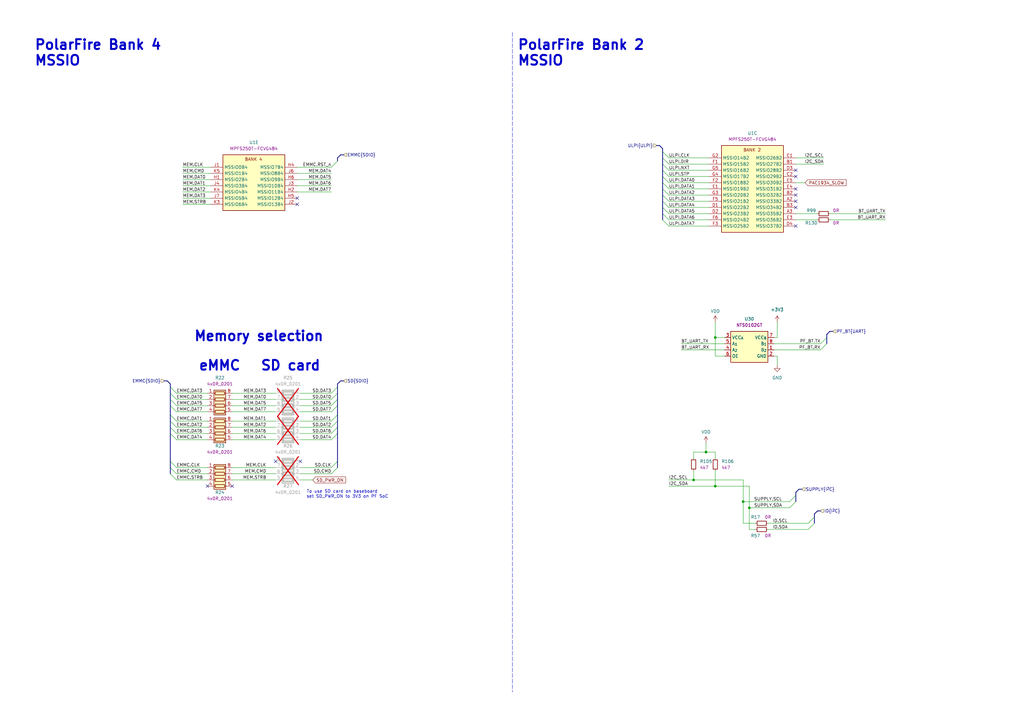
<source format=kicad_sch>
(kicad_sch (version 20231120) (generator "eeschema") (generator_version "8.0")
  (paper "A3")
  (title_block (title "PolarFire SoM") (date "2024-06-10") (rev "1.1.0") (company "Antmicro Ltd") (comment 1 "www.antmicro.com"))
  (junction (at 289.56 185.42))
  (junction (at 293.37 138.43))
  (junction (at 307.34 208.28))
  (junction (at 293.37 199.39))
  (junction (at 284.48 196.85))
  (junction (at 304.8 205.74))
  (no_connect (at 123.19 189.23))
  (no_connect (at 326.39 82.55))
  (no_connect (at 326.39 92.71))
  (no_connect (at 95.25 199.39))
  (no_connect (at 121.92 81.28))
  (no_connect (at 113.03 189.23))
  (no_connect (at 326.39 69.85))
  (no_connect (at 326.39 85.09))
  (no_connect (at 121.92 83.82))
  (no_connect (at 85.09 199.39))
  (no_connect (at 326.39 77.47))
  (no_connect (at 326.39 80.01))
  (no_connect (at 326.39 72.39))
  (bus_entry (at 135.89 180.34) (size 2.54 -2.54))
  (bus_entry (at 135.89 166.37) (size 2.54 -2.54))
  (bus_entry (at 72.39 180.34) (size -2.54 -2.54))
  (bus_entry (at 271.78 72.39) (size 2.54 2.54))
  (bus_entry (at 135.89 161.29) (size 2.54 -2.54))
  (bus_entry (at 72.39 194.31) (size -2.54 -2.54))
  (bus_entry (at 72.39 168.91) (size -2.54 -2.54))
  (bus_entry (at 271.78 64.77) (size 2.54 2.54))
  (bus_entry (at 336.55 140.97) (size 2.54 -2.54))
  (bus_entry (at 135.89 175.26) (size 2.54 -2.54))
  (bus_entry (at 72.39 163.83) (size -2.54 -2.54))
  (bus_entry (at 135.89 191.77) (size 2.54 -2.54))
  (bus_entry (at 334.01 214.63) (size -2.54 2.54))
  (bus_entry (at 135.89 194.31) (size 2.54 -2.54))
  (bus_entry (at 135.89 177.8) (size 2.54 -2.54))
  (bus_entry (at 72.39 196.85) (size -2.54 -2.54))
  (bus_entry (at 326.39 205.74) (size -2.54 2.54))
  (bus_entry (at 135.89 68.58) (size 2.54 -2.54))
  (bus_entry (at 135.89 172.72) (size 2.54 -2.54))
  (bus_entry (at 271.78 82.55) (size 2.54 2.54))
  (bus_entry (at 271.78 85.09) (size 2.54 2.54))
  (bus_entry (at 72.39 175.26) (size -2.54 -2.54))
  (bus_entry (at 271.78 90.17) (size 2.54 2.54))
  (bus_entry (at 271.78 69.85) (size 2.54 2.54))
  (bus_entry (at 271.78 62.23) (size 2.54 2.54))
  (bus_entry (at 271.78 74.93) (size 2.54 2.54))
  (bus_entry (at 334.01 212.09) (size -2.54 2.54))
  (bus_entry (at 336.55 143.51) (size 2.54 -2.54))
  (bus_entry (at 271.78 67.31) (size 2.54 2.54))
  (bus_entry (at 271.78 87.63) (size 2.54 2.54))
  (bus_entry (at 135.89 163.83) (size 2.54 -2.54))
  (bus_entry (at 72.39 161.29) (size -2.54 -2.54))
  (bus_entry (at 326.39 203.2) (size -2.54 2.54))
  (bus_entry (at 271.78 80.01) (size 2.54 2.54))
  (bus_entry (at 135.89 168.91) (size 2.54 -2.54))
  (bus_entry (at 72.39 166.37) (size -2.54 -2.54))
  (bus_entry (at 72.39 191.77) (size -2.54 -2.54))
  (bus_entry (at 271.78 77.47) (size 2.54 2.54))
  (bus_entry (at 72.39 172.72) (size -2.54 -2.54))
  (bus_entry (at 72.39 177.8) (size -2.54 -2.54))
  (bus (pts (xy 339.09 138.43) (xy 339.09 140.97)))
  (wire (pts (xy 72.39 194.31) (xy 85.09 194.31)))
  (bus (pts (xy 138.43 189.23) (xy 138.43 191.77)))
  (wire (pts (xy 304.8 196.85) (xy 304.8 205.74)))
  (wire (pts (xy 284.48 187.96) (xy 284.48 185.42)))
  (wire (pts (xy 123.19 196.85) (xy 128.27 196.85)))
  (wire (pts (xy 274.32 72.39) (xy 290.83 72.39)))
  (bus (pts (xy 336.55 209.55) (xy 335.28 209.55)))
  (wire (pts (xy 318.77 146.05) (xy 318.77 149.86)))
  (bus (pts (xy 69.85 175.26) (xy 69.85 177.8)))
  (bus (pts (xy 271.78 80.01) (xy 271.78 82.55)))
  (wire (pts (xy 274.32 82.55) (xy 290.83 82.55)))
  (bus (pts (xy 271.78 74.93) (xy 271.78 77.47)))
  (wire (pts (xy 74.93 83.82) (xy 86.36 83.82)))
  (bus (pts (xy 271.78 67.31) (xy 271.78 69.85)))
  (wire (pts (xy 95.25 191.77) (xy 113.03 191.77)))
  (wire (pts (xy 309.88 217.17) (xy 307.34 217.17)))
  (wire (pts (xy 274.32 69.85) (xy 290.83 69.85)))
  (wire (pts (xy 326.39 64.77) (xy 337.82 64.77)))
  (bus (pts (xy 138.43 163.83) (xy 138.43 166.37)))
  (wire (pts (xy 317.5 140.97) (xy 336.55 140.97)))
  (wire (pts (xy 314.96 214.63) (xy 331.47 214.63)))
  (polyline (pts (xy 210.185 13.335) (xy 210.185 283.845)) (stroke (width 0) (type dash)))
  (bus (pts (xy 69.85 157.48) (xy 69.85 158.75)))
  (wire (pts (xy 293.37 185.42) (xy 289.56 185.42)))
  (wire (pts (xy 72.39 191.77) (xy 85.09 191.77)))
  (wire (pts (xy 74.93 71.12) (xy 86.36 71.12)))
  (bus (pts (xy 271.78 60.96) (xy 271.78 62.23)))
  (wire (pts (xy 326.39 74.93) (xy 330.2 74.93)))
  (wire (pts (xy 72.39 180.34) (xy 85.09 180.34)))
  (wire (pts (xy 135.89 168.91) (xy 123.19 168.91)))
  (wire (pts (xy 304.8 214.63) (xy 304.8 205.74)))
  (wire (pts (xy 309.88 214.63) (xy 304.8 214.63)))
  (wire (pts (xy 293.37 138.43) (xy 293.37 146.05)))
  (wire (pts (xy 307.34 208.28) (xy 323.85 208.28)))
  (wire (pts (xy 135.89 166.37) (xy 123.19 166.37)))
  (wire (pts (xy 318.77 138.43) (xy 317.5 138.43)))
  (bus (pts (xy 328.93 200.66) (xy 327.66 200.66)))
  (wire (pts (xy 293.37 138.43) (xy 297.18 138.43)))
  (wire (pts (xy 74.93 78.74) (xy 86.36 78.74)))
  (bus (pts (xy 138.43 157.48) (xy 138.43 158.75)))
  (bus (pts (xy 138.43 158.75) (xy 138.43 161.29)))
  (bus (pts (xy 69.85 189.23) (xy 69.85 191.77)))
  (wire (pts (xy 307.34 199.39) (xy 293.37 199.39)))
  (bus (pts (xy 69.85 177.8) (xy 69.85 189.23)))
  (wire (pts (xy 121.92 68.58) (xy 135.89 68.58)))
  (wire (pts (xy 274.32 87.63) (xy 290.83 87.63)))
  (bus (pts (xy 339.09 137.16) (xy 339.09 138.43)))
  (wire (pts (xy 135.89 172.72) (xy 123.19 172.72)))
  (wire (pts (xy 121.92 76.2) (xy 135.89 76.2)))
  (wire (pts (xy 326.39 67.31) (xy 337.82 67.31)))
  (bus (pts (xy 335.28 209.55) (xy 334.01 210.82)))
  (bus (pts (xy 334.01 212.09) (xy 334.01 214.63)))
  (wire (pts (xy 95.25 175.26) (xy 113.03 175.26)))
  (wire (pts (xy 95.25 196.85) (xy 113.03 196.85)))
  (wire (pts (xy 307.34 199.39) (xy 307.34 208.28)))
  (wire (pts (xy 293.37 199.39) (xy 274.32 199.39)))
  (wire (pts (xy 74.93 68.58) (xy 86.36 68.58)))
  (wire (pts (xy 135.89 161.29) (xy 123.19 161.29)))
  (bus (pts (xy 340.36 135.89) (xy 339.09 137.16)))
  (bus (pts (xy 138.43 172.72) (xy 138.43 175.26)))
  (wire (pts (xy 72.39 163.83) (xy 85.09 163.83)))
  (wire (pts (xy 95.25 177.8) (xy 113.03 177.8)))
  (bus (pts (xy 138.43 170.18) (xy 138.43 172.72)))
  (wire (pts (xy 279.4 140.97) (xy 297.18 140.97)))
  (bus (pts (xy 270.51 59.69) (xy 271.78 60.96)))
  (wire (pts (xy 293.37 132.08) (xy 293.37 138.43)))
  (bus (pts (xy 271.78 69.85) (xy 271.78 72.39)))
  (bus (pts (xy 139.7 156.21) (xy 138.43 157.48)))
  (wire (pts (xy 121.92 73.66) (xy 135.89 73.66)))
  (wire (pts (xy 293.37 187.96) (xy 293.37 185.42)))
  (wire (pts (xy 274.32 74.93) (xy 290.83 74.93)))
  (wire (pts (xy 307.34 217.17) (xy 307.34 208.28)))
  (wire (pts (xy 95.25 166.37) (xy 113.03 166.37)))
  (wire (pts (xy 95.25 180.34) (xy 113.03 180.34)))
  (wire (pts (xy 123.19 191.77) (xy 135.89 191.77)))
  (bus (pts (xy 138.43 166.37) (xy 138.43 170.18)))
  (bus (pts (xy 69.85 172.72) (xy 69.85 175.26)))
  (wire (pts (xy 135.89 180.34) (xy 123.19 180.34)))
  (wire (pts (xy 72.39 172.72) (xy 85.09 172.72)))
  (bus (pts (xy 138.43 64.77) (xy 138.43 66.04)))
  (wire (pts (xy 314.96 217.17) (xy 331.47 217.17)))
  (bus (pts (xy 68.58 156.21) (xy 69.85 157.48)))
  (wire (pts (xy 274.32 90.17) (xy 290.83 90.17)))
  (wire (pts (xy 95.25 161.29) (xy 113.03 161.29)))
  (wire (pts (xy 74.93 76.2) (xy 86.36 76.2)))
  (wire (pts (xy 284.48 193.04) (xy 284.48 196.85)))
  (wire (pts (xy 135.89 175.26) (xy 123.19 175.26)))
  (bus (pts (xy 327.66 200.66) (xy 326.39 201.93)))
  (bus (pts (xy 334.01 210.82) (xy 334.01 212.09)))
  (wire (pts (xy 95.25 172.72) (xy 113.03 172.72)))
  (wire (pts (xy 121.92 71.12) (xy 135.89 71.12)))
  (wire (pts (xy 274.32 196.85) (xy 284.48 196.85)))
  (wire (pts (xy 95.25 168.91) (xy 113.03 168.91)))
  (wire (pts (xy 304.8 205.74) (xy 323.85 205.74)))
  (wire (pts (xy 317.5 143.51) (xy 336.55 143.51)))
  (wire (pts (xy 318.77 132.08) (xy 318.77 138.43)))
  (bus (pts (xy 269.24 59.69) (xy 270.51 59.69)))
  (bus (pts (xy 68.58 156.21) (xy 67.31 156.21)))
  (bus (pts (xy 139.7 156.21) (xy 140.97 156.21)))
  (wire (pts (xy 274.32 77.47) (xy 290.83 77.47)))
  (bus (pts (xy 139.7 63.5) (xy 138.43 64.77)))
  (wire (pts (xy 274.32 92.71) (xy 290.83 92.71)))
  (wire (pts (xy 274.32 64.77) (xy 290.83 64.77)))
  (wire (pts (xy 72.39 175.26) (xy 85.09 175.26)))
  (bus (pts (xy 138.43 175.26) (xy 138.43 177.8)))
  (wire (pts (xy 274.32 85.09) (xy 290.83 85.09)))
  (wire (pts (xy 340.36 90.17) (xy 363.22 90.17)))
  (bus (pts (xy 138.43 161.29) (xy 138.43 163.83)))
  (bus (pts (xy 69.85 166.37) (xy 69.85 170.18)))
  (wire (pts (xy 121.92 78.74) (xy 135.89 78.74)))
  (wire (pts (xy 340.36 87.63) (xy 363.22 87.63)))
  (wire (pts (xy 326.39 87.63) (xy 335.28 87.63)))
  (wire (pts (xy 72.39 161.29) (xy 85.09 161.29)))
  (bus (pts (xy 69.85 161.29) (xy 69.85 163.83)))
  (wire (pts (xy 74.93 73.66) (xy 86.36 73.66)))
  (wire (pts (xy 135.89 177.8) (xy 123.19 177.8)))
  (bus (pts (xy 271.78 82.55) (xy 271.78 85.09)))
  (wire (pts (xy 123.19 194.31) (xy 135.89 194.31)))
  (wire (pts (xy 274.32 80.01) (xy 290.83 80.01)))
  (wire (pts (xy 72.39 177.8) (xy 85.09 177.8)))
  (bus (pts (xy 69.85 170.18) (xy 69.85 172.72)))
  (bus (pts (xy 271.78 64.77) (xy 271.78 67.31)))
  (wire (pts (xy 289.56 185.42) (xy 289.56 181.61)))
  (wire (pts (xy 293.37 193.04) (xy 293.37 199.39)))
  (bus (pts (xy 139.7 63.5) (xy 140.97 63.5)))
  (wire (pts (xy 72.39 196.85) (xy 85.09 196.85)))
  (wire (pts (xy 279.4 143.51) (xy 297.18 143.51)))
  (wire (pts (xy 95.25 163.83) (xy 113.03 163.83)))
  (bus (pts (xy 69.85 163.83) (xy 69.85 166.37)))
  (bus (pts (xy 340.36 135.89) (xy 341.63 135.89)))
  (wire (pts (xy 74.93 81.28) (xy 86.36 81.28)))
  (bus (pts (xy 271.78 72.39) (xy 271.78 74.93)))
  (wire (pts (xy 135.89 163.83) (xy 123.19 163.83)))
  (bus (pts (xy 69.85 158.75) (xy 69.85 161.29)))
  (wire (pts (xy 297.18 146.05) (xy 293.37 146.05)))
  (wire (pts (xy 95.25 194.31) (xy 113.03 194.31)))
  (bus (pts (xy 271.78 77.47) (xy 271.78 80.01)))
  (wire (pts (xy 284.48 185.42) (xy 289.56 185.42)))
  (wire (pts (xy 326.39 90.17) (xy 335.28 90.17)))
  (wire (pts (xy 284.48 196.85) (xy 304.8 196.85)))
  (bus (pts (xy 271.78 85.09) (xy 271.78 87.63)))
  (bus (pts (xy 138.43 177.8) (xy 138.43 189.23)))
  (wire (pts (xy 72.39 166.37) (xy 85.09 166.37)))
  (bus (pts (xy 271.78 62.23) (xy 271.78 64.77)))
  (wire (pts (xy 274.32 67.31) (xy 290.83 67.31)))
  (wire (pts (xy 318.77 146.05) (xy 317.5 146.05)))
  (bus (pts (xy 271.78 87.63) (xy 271.78 90.17)))
  (bus (pts (xy 326.39 201.93) (xy 326.39 203.2)))
  (bus (pts (xy 69.85 191.77) (xy 69.85 194.31)))
  (bus (pts (xy 326.39 203.2) (xy 326.39 205.74)))
  (wire (pts (xy 72.39 168.91) (xy 85.09 168.91)))
  (text "To use SD card on baseboard\nset SD_PWR_ON to 3V3 on PF SoC" (at 125.73 204.47 0) (effects (font (size 1.27 1.27)) (justify left bottom)))
  (text "PolarFire Bank 4\nMSSIO" (at 13.97 27.305 0) (effects (font (size 4 4) (thickness 0.8) (bold yes)) (justify left bottom)))
  (text "PolarFire Bank 2\nMSSIO" (at 212.09 27.305 0) (effects (font (size 4 4) (thickness 0.8) (bold yes)) (justify left bottom)))
  (text "SD card" (at 106.68 152.4 0) (effects (font (size 4 4) (thickness 0.8) (bold yes)) (justify left bottom)))
  (text "eMMC" (at 81.28 152.4 0) (effects (font (size 4 4) (thickness 0.8) (bold yes)) (justify left bottom)))
  (text "Memory selection" (at 79.375 140.335 0) (effects (font (size 4 4) (thickness 0.8) (bold yes)) (justify left bottom)))
  (label "ULPI.DATA5" (at 274.32 87.63 0))
  (label "MEM.CLK" (at 109.22 191.77 180))
  (label "I2C_SCL" (at 274.32 196.85 0))
  (label "I2C_SDA" (at 274.32 199.39 0))
  (label "ULPI.DATA6" (at 274.32 90.17 0))
  (label "I2C_SDA" (at 337.82 67.31 180))
  (label "MEM.DAT4" (at 109.22 180.34 180))
  (label "MEM.DAT2" (at 109.22 175.26 180))
  (label "PF_BT.RX" (at 336.55 143.51 180))
  (label "MEM.DAT3" (at 74.93 81.28 0))
  (label "SD.DAT2" (at 135.89 175.26 180))
  (label "MEM.DAT3" (at 109.22 161.29 180))
  (label "MEM.DAT4" (at 135.89 71.12 180))
  (label "MEM.DAT5" (at 109.22 166.37 180))
  (label "EMMC.DAT4" (at 72.39 180.34 0))
  (label "EMMC.DAT0" (at 72.39 163.83 0))
  (label "EMMC.DAT1" (at 72.39 172.72 0))
  (label "ULPI.DATA0" (at 274.32 74.93 0))
  (label "ULPI.DIR" (at 274.32 67.31 0))
  (label "MEM.CMD" (at 74.93 71.12 0))
  (label "ID.SDA" (at 316.865 217.17 0))
  (label "BT_UART_TX" (at 279.4 140.97 0))
  (label "SUPPLY.SCL" (at 309.245 205.74 0))
  (label "EMMC.DAT2" (at 72.39 175.26 0))
  (label "ULPI.DATA3" (at 274.32 82.55 0))
  (label "SD.DAT1" (at 135.89 172.72 180))
  (label "EMMC.DAT6" (at 72.39 177.8 0))
  (label "MEM.CLK" (at 74.93 68.58 0))
  (label "SD.CLK" (at 135.89 191.77 180))
  (label "SD.DAT5" (at 135.89 166.37 180))
  (label "SUPPLY.SDA" (at 309.245 208.28 0))
  (label "ULPI.DATA7" (at 274.32 92.71 0))
  (label "MEM.DAT0" (at 74.93 73.66 0))
  (label "MEM.DAT6" (at 109.22 177.8 180))
  (label "EMMC.DAT7" (at 72.39 168.91 0))
  (label "EMMC.CMD" (at 72.39 194.31 0))
  (label "ULPI.NXT" (at 274.32 69.85 0))
  (label "MEM.DAT6" (at 135.89 76.2 180))
  (label "PF_BT.TX" (at 336.55 140.97 180))
  (label "ULPI.DATA2" (at 274.32 80.01 0))
  (label "MEM.STRB" (at 74.93 83.82 0))
  (label "MEM.DAT7" (at 135.89 78.74 180))
  (label "ID.SCL" (at 316.865 214.63 0))
  (label "I2C_SCL" (at 337.82 64.77 180))
  (label "BT_UART_RX" (at 363.22 90.17 180))
  (label "MEM.DAT7" (at 109.22 168.91 180))
  (label "MEM.CMD" (at 109.22 194.31 180))
  (label "SD.CMD" (at 135.89 194.31 180))
  (label "EMMC.STRB" (at 72.39 196.85 0))
  (label "EMMC.DAT5" (at 72.39 166.37 0))
  (label "MEM.DAT5" (at 135.89 73.66 180))
  (label "EMMC.RST_n" (at 135.89 68.58 180))
  (label "EMMC.CLK" (at 72.39 191.77 0))
  (label "BT_UART_RX" (at 279.4 143.51 0))
  (label "BT_UART_TX" (at 363.22 87.63 180))
  (label "SD.DAT6" (at 135.89 177.8 180))
  (label "SD.DAT3" (at 135.89 161.29 180))
  (label "MEM.DAT1" (at 74.93 76.2 0))
  (label "SD.DAT7" (at 135.89 168.91 180))
  (label "ULPI.DATA4" (at 274.32 85.09 0))
  (label "ULPI.DATA1" (at 274.32 77.47 0))
  (label "MEM.STRB" (at 109.22 196.85 180))
  (label "ULPI.CLK" (at 274.32 64.77 0))
  (label "ULPI.STP" (at 274.32 72.39 0))
  (label "MEM.DAT1" (at 109.22 172.72 180))
  (label "MEM.DAT0" (at 109.22 163.83 180))
  (label "EMMC.DAT3" (at 72.39 161.29 0))
  (label "SD.DAT4" (at 135.89 180.34 180))
  (label "MEM.DAT2" (at 74.93 78.74 0))
  (label "SD.DAT0" (at 135.89 163.83 180))
  (global_label "PAC1934_SLOW" (shape input) (at 330.2 74.93 0) (property "Intersheetrefs" "${INTERSHEET_REFS}" (at 347.0669 74.8506 0) (effects (justify left))))
  (global_label "SD_PWR_ON" (shape input) (at 128.27 196.85 0) (property "Intersheetrefs" "${INTERSHEET_REFS}" (at 141.7502 196.7706 0) (effects (justify left))))
  (hierarchical_label "ID{I^{2}C}" (shape input) (at 336.55 209.55 0))
  (hierarchical_label "EMMC{SDIO}" (shape input) (at 67.31 156.21 180))
  (hierarchical_label "ULPI{ULPI}" (shape input) (at 269.24 59.69 180))
  (hierarchical_label "PF_BT{UART}" (shape input) (at 341.63 135.89 0))
  (hierarchical_label "SUPPLY{I^{2}C}" (shape input) (at 328.93 200.66 0))
  (hierarchical_label "SD{SDIO}" (shape input) (at 140.97 156.21 0))
  (hierarchical_label "EMMC{SDIO}" (shape input) (at 140.97 63.5 0))
  (symbol (lib_id "antmicroResistorNetworksArrays:R_4x0R_0201_array") (at 85.09 191.77 0) (unit 1)
    (property "Reference" "R24" (at 90.17 201.93 0))
    (property "Value" "R_4x0R_0201_array" (effects (hide yes)))
    (property "Footprint" "antmicro-footprints:R_Array_4x0201_Panasonic_EXB18V" (effects (hide yes)))
    (property "Datasheet" "http://industrial.panasonic.com/cdbs/www-data/pdf/AOC0000/AOC0000C14.pdf" (effects (hide yes)))
    (property "MPN" "EXB-18VR000X" (effects (hide yes)))
    (property "Manufacturer" "Panasonic" (effects (hide yes)))
    (property "Val" "4x0R_0201" (at 90.17 204.47 0))
    (property "Author" "Antmicro" (effects (hide yes)))
    (property "License" "Apache-2.0" (effects (hide yes)))
  )
  (symbol (lib_id "antmicropower:GND") (at 318.77 149.86 0) (mirror y) (unit 1)
    (property "Reference" "#PWR0315" (effects (hide yes)))
    (property "Value" "GND" (at 318.77 154.94 0))
    (property "Author" "Antmicro" (effects (hide yes)))
    (property "License" "Apache-2.0" (effects (hide yes)))
  )
  (symbol (lib_id "antmicroFPGAChips:MPFS250T-FCVG484") (at 290.83 64.77 0) (unit 3)
    (property "Reference" "U1" (at 308.61 54.61 0))
    (property "Value" "MPFS250T-FCVG484" (effects (hide yes)))
    (property "Footprint" "antmicro-footprints:BGA-484_19x19mm_Layout22x22_P0.8mm-microchip-technology-mpfs250t-fcvg484" (effects (hide yes)))
    (property "Datasheet" "https://www.microsemi.com/document-portal/doc_download/1244583-polarfire-soc-advance-datasheet" (effects (hide yes)))
    (property "MPN" "MPFS250T-FCVG484" (at 308.61 57.15 0))
    (property "Manufacturer" "Microchip Technology" (effects (hide yes)))
    (property "VSD_class" "MPFS250T" (effects (hide yes)))
    (property "Author" "Antmicro" (effects (hide yes)))
    (property "License" "Apache-2.0" (effects (hide yes)))
  )
  (symbol (lib_id "antmicropower:VDDI") (at 293.37 132.08 0) (mirror y) (unit 1)
    (property "Reference" "#PWR0309" (effects (hide yes)))
    (property "Value" "VDD" (at 293.37 127.635 0))
  )
  (symbol (lib_id "antmicroResistorNetworksArrays:R_4x0R_0201_array") (at 123.19 172.72 0) (mirror y) (unit 1) (dnp yes)
    (property "Reference" "R26" (at 118.11 182.88 0))
    (property "Value" "R_4x0R_0201_array" (effects (hide yes)))
    (property "Footprint" "antmicro-footprints:R_Array_4x0201_Panasonic_EXB18V" (effects (hide yes)))
    (property "Datasheet" "http://industrial.panasonic.com/cdbs/www-data/pdf/AOC0000/AOC0000C14.pdf" (effects (hide yes)))
    (property "MPN" "EXB-18VR000X" (effects (hide yes)))
    (property "Manufacturer" "Panasonic" (effects (hide yes)))
    (property "Val" "4x0R_0201" (at 118.11 185.42 0))
    (property "Author" "Antmicro" (effects (hide yes)))
    (property "License" "Apache-2.0" (effects (hide yes)))
    (property "DNP" "DNP" (effects (hide yes)))
  )
  (symbol (lib_id "antmicropower:VDDI") (at 289.56 181.61 0) (unit 1)
    (property "Reference" "#PWR0355" (effects (hide yes)))
    (property "Value" "VDD" (at 289.56 177.165 0))
  )
  (symbol (lib_id "antmicroLogicTranslatorsLevelShifters:NTS0102_XSON") (at 297.18 138.43 0) (unit 1)
    (property "Reference" "U30" (at 307.34 130.81 0))
    (property "Value" "NTS0102_XSON" (effects (hide yes)))
    (property "Footprint" "antmicro-footprints:XSON-8_1x1.95mm_P0.5mm" (effects (hide yes)))
    (property "Datasheet" "http://www.farnell.com/datasheets/1760723.pdf" (effects (hide yes)))
    (property "MPN" "NTS0102GT" (at 307.34 133.35 0))
    (property "Manufacturer" "NXP" (effects (hide yes)))
    (property "Author" "Antmicro" (effects (hide yes)))
    (property "License" "Apache-2.0" (effects (hide yes)))
  )
  (symbol (lib_id "antmicroResistorNetworksArrays:R_4x0R_0201_array") (at 85.09 161.29 0) (unit 1)
    (property "Reference" "R22" (at 90.17 154.94 0))
    (property "Value" "R_4x0R_0201_array" (effects (hide yes)))
    (property "Footprint" "antmicro-footprints:R_Array_4x0201_Panasonic_EXB18V" (effects (hide yes)))
    (property "Datasheet" "http://industrial.panasonic.com/cdbs/www-data/pdf/AOC0000/AOC0000C14.pdf" (effects (hide yes)))
    (property "MPN" "EXB-18VR000X" (effects (hide yes)))
    (property "Manufacturer" "Panasonic" (effects (hide yes)))
    (property "Val" "4x0R_0201" (at 90.17 157.48 0))
    (property "Author" "Antmicro" (effects (hide yes)))
    (property "License" "Apache-2.0" (effects (hide yes)))
  )
  (symbol (lib_id "antmicroResistors0402:R_0R_0402") (at 309.88 214.63 0) (unit 1)
    (property "Reference" "R17" (at 309.88 212.09 0))
    (property "Value" "R_0R_0402" (effects (hide yes)))
    (property "Footprint" "antmicro-footprints:R_0402_1005Metric" (effects (hide yes)))
    (property "Datasheet" "https://industrial.panasonic.com/cdbs/www-data/pdf/RDA0000/AOA0000C301.pdf" (effects (hide yes)))
    (property "MPN" "ERJ2GE0R00X" (effects (hide yes)))
    (property "Manufacturer" "Panasonic" (effects (hide yes)))
    (property "License" "Apache-2.0" (effects (hide yes)))
    (property "Author" "Antmicro" (effects (hide yes)))
    (property "Val" "0R" (at 314.96 212.09 0))
    (property "Current" "1A" (effects (hide yes)))
  )
  (symbol (lib_id "antmicroResistors0402:R_0R_0402") (at 335.28 90.17 0) (mirror x) (unit 1)
    (property "Reference" "R130" (at 332.74 91.44 0))
    (property "Value" "R_0R_0402" (effects (hide yes)))
    (property "Footprint" "antmicro-footprints:R_0402_1005Metric" (effects (hide yes)))
    (property "Datasheet" "https://industrial.panasonic.com/cdbs/www-data/pdf/RDA0000/AOA0000C301.pdf" (effects (hide yes)))
    (property "MPN" "ERJ2GE0R00X" (effects (hide yes)))
    (property "Manufacturer" "Panasonic" (effects (hide yes)))
    (property "License" "Apache-2.0" (effects (hide yes)))
    (property "Author" "Antmicro" (effects (hide yes)))
    (property "Val" "0R" (at 342.9 91.44 0))
    (property "Current" "1A" (effects (hide yes)))
  )
  (symbol (lib_id "antmicroResistorNetworksArrays:R_4x0R_0201_array") (at 123.19 189.23 0) (mirror y) (unit 1) (dnp yes)
    (property "Reference" "R27" (at 118.11 199.39 0))
    (property "Value" "R_4x0R_0201_array" (effects (hide yes)))
    (property "Footprint" "antmicro-footprints:R_Array_4x0201_Panasonic_EXB18V" (effects (hide yes)))
    (property "Datasheet" "http://industrial.panasonic.com/cdbs/www-data/pdf/AOC0000/AOC0000C14.pdf" (effects (hide yes)))
    (property "MPN" "EXB-18VR000X" (effects (hide yes)))
    (property "Manufacturer" "Panasonic" (effects (hide yes)))
    (property "Val" "4x0R_0201" (at 118.11 201.93 0))
    (property "Author" "Antmicro" (effects (hide yes)))
    (property "License" "Apache-2.0" (effects (hide yes)))
    (property "DNP" "DNP" (effects (hide yes)))
  )
  (symbol (lib_id "antmicroResistors0402:R_4k7_0402") (at 284.48 193.04 90) (unit 1)
    (property "Reference" "R105" (at 287.02 189.23 90) (effects (justify right)))
    (property "Value" "R_4k7_0402" (effects (hide yes)))
    (property "Footprint" "antmicro-footprints:R_0402_1005Metric" (effects (hide yes)))
    (property "Datasheet" "https://www.bourns.com/docs/product-datasheets/cr.pdf" (effects (hide yes)))
    (property "MPN" "CR0402-FX-4701GLF" (effects (hide yes)))
    (property "Manufacturer" "Bourns" (effects (hide yes)))
    (property "License" "Apache-2.0" (effects (hide yes)))
    (property "Author" "Antmicro" (effects (hide yes)))
    (property "Val" "4k7" (at 287.02 191.77 90) (effects (justify right)))
    (property "Tolerance" "1%" (effects (hide yes)))
  )
  (symbol (lib_id "antmicroResistors0402:R_0R_0402") (at 335.28 87.63 0) (unit 1)
    (property "Reference" "R99" (at 332.74 86.36 0))
    (property "Value" "R_0R_0402" (effects (hide yes)))
    (property "Footprint" "antmicro-footprints:R_0402_1005Metric" (effects (hide yes)))
    (property "Datasheet" "https://industrial.panasonic.com/cdbs/www-data/pdf/RDA0000/AOA0000C301.pdf" (effects (hide yes)))
    (property "MPN" "ERJ2GE0R00X" (effects (hide yes)))
    (property "Manufacturer" "Panasonic" (effects (hide yes)))
    (property "License" "Apache-2.0" (effects (hide yes)))
    (property "Author" "Antmicro" (effects (hide yes)))
    (property "Val" "0R" (at 342.9 86.36 0))
    (property "Current" "1A" (effects (hide yes)))
  )
  (symbol (lib_id "antmicroResistorNetworksArrays:R_4x0R_0201_array") (at 123.19 161.29 0) (mirror y) (unit 1) (dnp yes)
    (property "Reference" "R25" (at 118.11 154.94 0))
    (property "Value" "R_4x0R_0201_array" (effects (hide yes)))
    (property "Footprint" "antmicro-footprints:R_Array_4x0201_Panasonic_EXB18V" (effects (hide yes)))
    (property "Datasheet" "http://industrial.panasonic.com/cdbs/www-data/pdf/AOC0000/AOC0000C14.pdf" (effects (hide yes)))
    (property "MPN" "EXB-18VR000X" (effects (hide yes)))
    (property "Manufacturer" "Panasonic" (effects (hide yes)))
    (property "Val" "4x0R_0201" (at 118.11 157.48 0))
    (property "Author" "Antmicro" (effects (hide yes)))
    (property "License" "Apache-2.0" (effects (hide yes)))
    (property "DNP" "DNP" (effects (hide yes)))
  )
  (symbol (lib_id "antmicroResistors0402:R_0R_0402") (at 309.88 217.17 0) (mirror x) (unit 1)
    (property "Reference" "R57" (at 309.88 219.71 0))
    (property "Value" "R_0R_0402" (effects (hide yes)))
    (property "Footprint" "antmicro-footprints:R_0402_1005Metric" (effects (hide yes)))
    (property "Datasheet" "https://industrial.panasonic.com/cdbs/www-data/pdf/RDA0000/AOA0000C301.pdf" (effects (hide yes)))
    (property "MPN" "ERJ2GE0R00X" (effects (hide yes)))
    (property "Manufacturer" "Panasonic" (effects (hide yes)))
    (property "License" "Apache-2.0" (effects (hide yes)))
    (property "Author" "Antmicro" (effects (hide yes)))
    (property "Val" "0R" (at 314.96 219.71 0))
    (property "Current" "1A" (effects (hide yes)))
  )
  (symbol (lib_id "antmicropower:+3V3") (at 318.77 132.08 0) (mirror y) (unit 1)
    (property "Reference" "#PWR0314" (effects (hide yes)))
    (property "Value" "+3V3" (at 318.77 127 0))
    (property "Author" "Antmicro" (effects (hide yes)))
    (property "License" "Apache-2.0" (effects (hide yes)))
  )
  (symbol (lib_id "antmicroResistors0402:R_4k7_0402") (at 293.37 193.04 90) (unit 1)
    (property "Reference" "R106" (at 295.91 189.23 90) (effects (justify right)))
    (property "Value" "R_4k7_0402" (effects (hide yes)))
    (property "Footprint" "antmicro-footprints:R_0402_1005Metric" (effects (hide yes)))
    (property "Datasheet" "https://www.bourns.com/docs/product-datasheets/cr.pdf" (effects (hide yes)))
    (property "MPN" "CR0402-FX-4701GLF" (effects (hide yes)))
    (property "Manufacturer" "Bourns" (effects (hide yes)))
    (property "License" "Apache-2.0" (effects (hide yes)))
    (property "Author" "Antmicro" (effects (hide yes)))
    (property "Val" "4k7" (at 295.91 191.77 90) (effects (justify right)))
    (property "Tolerance" "1%" (effects (hide yes)))
  )
  (symbol (lib_id "antmicroResistorNetworksArrays:R_4x0R_0201_array") (at 85.09 172.72 0) (unit 1)
    (property "Reference" "R23" (at 90.17 182.88 0))
    (property "Value" "R_4x0R_0201_array" (effects (hide yes)))
    (property "Footprint" "antmicro-footprints:R_Array_4x0201_Panasonic_EXB18V" (effects (hide yes)))
    (property "Datasheet" "http://industrial.panasonic.com/cdbs/www-data/pdf/AOC0000/AOC0000C14.pdf" (effects (hide yes)))
    (property "MPN" "EXB-18VR000X" (effects (hide yes)))
    (property "Manufacturer" "Panasonic" (effects (hide yes)))
    (property "Val" "4x0R_0201" (at 90.17 185.42 0))
    (property "Author" "Antmicro" (effects (hide yes)))
    (property "License" "Apache-2.0" (effects (hide yes)))
  )
  (symbol (lib_id "antmicroFPGAChips:MPFS250T-FCVG484") (at 86.36 68.58 0) (unit 5)
    (property "Reference" "U1" (at 104.14 58.42 0))
    (property "Value" "MPFS250T-FCVG484" (effects (hide yes)))
    (property "Footprint" "antmicro-footprints:BGA-484_19x19mm_Layout22x22_P0.8mm-microchip-technology-mpfs250t-fcvg484" (effects (hide yes)))
    (property "Datasheet" "https://www.microsemi.com/document-portal/doc_download/1244583-polarfire-soc-advance-datasheet" (effects (hide yes)))
    (property "MPN" "MPFS250T-FCVG484" (at 104.14 60.96 0))
    (property "Manufacturer" "Microchip Technology" (effects (hide yes)))
    (property "VSD_class" "MPFS250T" (effects (hide yes)))
    (property "Author" "Antmicro" (effects (hide yes)))
    (property "License" "Apache-2.0" (effects (hide yes)))
  )
)
</source>
